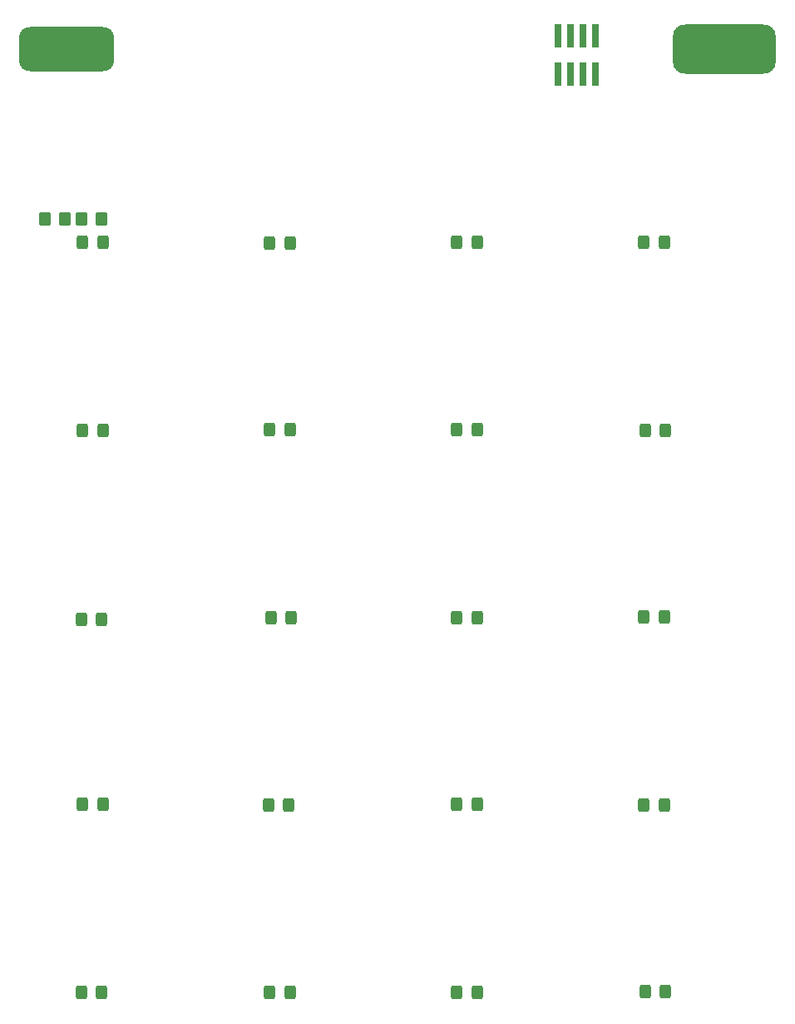
<source format=gbr>
%TF.GenerationSoftware,KiCad,Pcbnew,8.0.5-8.0.5-0~ubuntu22.04.1*%
%TF.CreationDate,2024-11-26T13:49:23+00:00*%
%TF.ProjectId,numcalcium,6e756d63-616c-4636-9975-6d2e6b696361,rev?*%
%TF.SameCoordinates,Original*%
%TF.FileFunction,Paste,Bot*%
%TF.FilePolarity,Positive*%
%FSLAX46Y46*%
G04 Gerber Fmt 4.6, Leading zero omitted, Abs format (unit mm)*
G04 Created by KiCad (PCBNEW 8.0.5-8.0.5-0~ubuntu22.04.1) date 2024-11-26 13:49:23*
%MOMM*%
%LPD*%
G01*
G04 APERTURE LIST*
G04 Aperture macros list*
%AMRoundRect*
0 Rectangle with rounded corners*
0 $1 Rounding radius*
0 $2 $3 $4 $5 $6 $7 $8 $9 X,Y pos of 4 corners*
0 Add a 4 corners polygon primitive as box body*
4,1,4,$2,$3,$4,$5,$6,$7,$8,$9,$2,$3,0*
0 Add four circle primitives for the rounded corners*
1,1,$1+$1,$2,$3*
1,1,$1+$1,$4,$5*
1,1,$1+$1,$6,$7*
1,1,$1+$1,$8,$9*
0 Add four rect primitives between the rounded corners*
20,1,$1+$1,$2,$3,$4,$5,0*
20,1,$1+$1,$4,$5,$6,$7,0*
20,1,$1+$1,$6,$7,$8,$9,0*
20,1,$1+$1,$8,$9,$2,$3,0*%
G04 Aperture macros list end*
%ADD10RoundRect,0.250000X-0.325000X-0.450000X0.325000X-0.450000X0.325000X0.450000X-0.325000X0.450000X0*%
%ADD11RoundRect,0.250000X-0.350000X-0.450000X0.350000X-0.450000X0.350000X0.450000X-0.350000X0.450000X0*%
%ADD12RoundRect,1.125000X3.725000X1.125000X-3.725000X1.125000X-3.725000X-1.125000X3.725000X-1.125000X0*%
%ADD13RoundRect,1.250000X4.000000X1.250000X-4.000000X1.250000X-4.000000X-1.250000X4.000000X-1.250000X0*%
%ADD14R,0.740000X2.400000*%
G04 APERTURE END LIST*
D10*
%TO.C,D6*%
X24890246Y-57812154D03*
X26940246Y-57812154D03*
%TD*%
%TO.C,D13*%
X5967246Y-19712154D03*
X8017246Y-19712154D03*
%TD*%
%TO.C,D20*%
X63117246Y-535154D03*
X65167246Y-535154D03*
%TD*%
%TO.C,D10*%
X25144246Y-38762154D03*
X27194246Y-38762154D03*
%TD*%
D11*
%TO.C,R1*%
X2157246Y1827046D03*
X4157246Y1827046D03*
%TD*%
%TO.C,D25*%
X5872246Y1827046D03*
X7872246Y1827046D03*
%TD*%
D10*
%TO.C,D7*%
X44067246Y-57685154D03*
X46117246Y-57685154D03*
%TD*%
%TO.C,D9*%
X5840246Y-38889154D03*
X7890246Y-38889154D03*
%TD*%
%TO.C,D5*%
X5967246Y-57685154D03*
X8017246Y-57685154D03*
%TD*%
%TO.C,D18*%
X25017246Y-662154D03*
X27067246Y-662154D03*
%TD*%
%TO.C,D11*%
X44067246Y-38762154D03*
X46117246Y-38762154D03*
%TD*%
%TO.C,D3*%
X44067246Y-76862154D03*
X46117246Y-76862154D03*
%TD*%
%TO.C,D4*%
X63235246Y-76735154D03*
X65285246Y-76735154D03*
%TD*%
%TO.C,D16*%
X63244246Y-19712154D03*
X65294246Y-19712154D03*
%TD*%
%TO.C,D14*%
X25017246Y-19585154D03*
X27067246Y-19585154D03*
%TD*%
D12*
%TO.C,BT1*%
X4333246Y19063846D03*
D13*
X71333246Y19063846D03*
%TD*%
D10*
%TO.C,D19*%
X44067246Y-535154D03*
X46117246Y-535154D03*
%TD*%
%TO.C,D17*%
X5967246Y-535154D03*
X8017246Y-535154D03*
%TD*%
%TO.C,D15*%
X44067246Y-19585154D03*
X46117246Y-19585154D03*
%TD*%
%TO.C,D1*%
X5839246Y-76810154D03*
X7889246Y-76810154D03*
%TD*%
%TO.C,D12*%
X63117246Y-38635154D03*
X65167246Y-38635154D03*
%TD*%
%TO.C,D2*%
X25017246Y-76862154D03*
X27067246Y-76862154D03*
%TD*%
D14*
%TO.C,J3*%
X58164246Y16570646D03*
X58164246Y20470646D03*
X56894246Y16570646D03*
X56894246Y20470646D03*
X55624246Y16570646D03*
X55624246Y20470646D03*
X54354246Y16570646D03*
X54354246Y20470646D03*
%TD*%
D10*
%TO.C,D8*%
X63117246Y-57812154D03*
X65167246Y-57812154D03*
%TD*%
M02*

</source>
